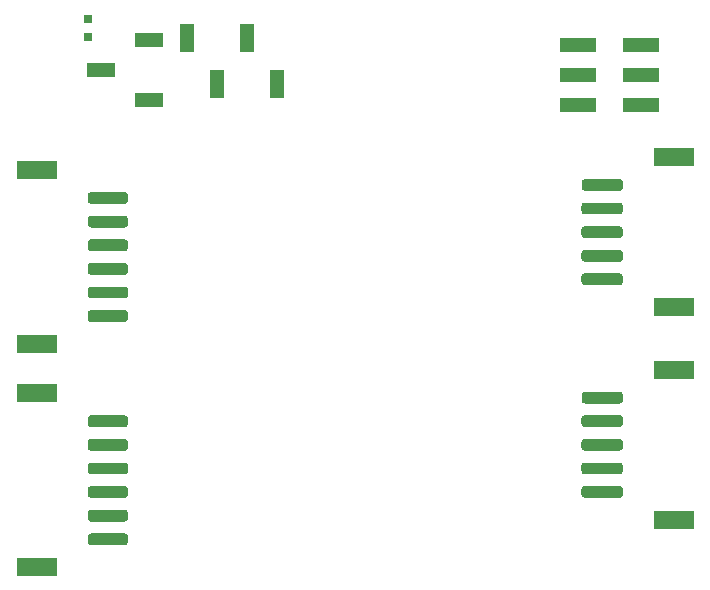
<source format=gbr>
G04 #@! TF.GenerationSoftware,KiCad,Pcbnew,(5.1.9)-1*
G04 #@! TF.CreationDate,2021-12-14T12:04:27+08:00*
G04 #@! TF.ProjectId,ArduinoSensorBoard,41726475-696e-46f5-9365-6e736f72426f,rev?*
G04 #@! TF.SameCoordinates,Original*
G04 #@! TF.FileFunction,Paste,Top*
G04 #@! TF.FilePolarity,Positive*
%FSLAX46Y46*%
G04 Gerber Fmt 4.6, Leading zero omitted, Abs format (unit mm)*
G04 Created by KiCad (PCBNEW (5.1.9)-1) date 2021-12-14 12:04:27*
%MOMM*%
%LPD*%
G01*
G04 APERTURE LIST*
%ADD10R,3.120000X1.200000*%
%ADD11R,3.400000X1.500000*%
%ADD12R,1.200000X2.400000*%
%ADD13R,2.400000X1.200000*%
%ADD14R,0.750000X0.800000*%
G04 APERTURE END LIST*
D10*
X118374000Y-61226000D03*
X112984000Y-61226000D03*
X118374000Y-58686000D03*
X118374000Y-56146000D03*
X112984000Y-56146000D03*
X112984000Y-58686000D03*
G36*
G01*
X113550000Y-91500000D02*
X116550000Y-91500000D01*
G75*
G02*
X116800000Y-91750000I0J-250000D01*
G01*
X116800000Y-92250000D01*
G75*
G02*
X116550000Y-92500000I-250000J0D01*
G01*
X113550000Y-92500000D01*
G75*
G02*
X113300000Y-92250000I0J250000D01*
G01*
X113300000Y-91750000D01*
G75*
G02*
X113550000Y-91500000I250000J0D01*
G01*
G37*
G36*
G01*
X113550000Y-89500000D02*
X116550000Y-89500000D01*
G75*
G02*
X116800000Y-89750000I0J-250000D01*
G01*
X116800000Y-90250000D01*
G75*
G02*
X116550000Y-90500000I-250000J0D01*
G01*
X113550000Y-90500000D01*
G75*
G02*
X113300000Y-90250000I0J250000D01*
G01*
X113300000Y-89750000D01*
G75*
G02*
X113550000Y-89500000I250000J0D01*
G01*
G37*
G36*
G01*
X113550000Y-87490000D02*
X116550000Y-87490000D01*
G75*
G02*
X116800000Y-87740000I0J-250000D01*
G01*
X116800000Y-88240000D01*
G75*
G02*
X116550000Y-88490000I-250000J0D01*
G01*
X113550000Y-88490000D01*
G75*
G02*
X113300000Y-88240000I0J250000D01*
G01*
X113300000Y-87740000D01*
G75*
G02*
X113550000Y-87490000I250000J0D01*
G01*
G37*
D11*
X121100000Y-96350000D03*
X121100000Y-83650000D03*
G36*
G01*
X113550000Y-93490000D02*
X116550000Y-93490000D01*
G75*
G02*
X116800000Y-93740000I0J-250000D01*
G01*
X116800000Y-94240000D01*
G75*
G02*
X116550000Y-94490000I-250000J0D01*
G01*
X113550000Y-94490000D01*
G75*
G02*
X113300000Y-94240000I0J250000D01*
G01*
X113300000Y-93740000D01*
G75*
G02*
X113550000Y-93490000I250000J0D01*
G01*
G37*
G36*
G01*
X113560000Y-85500000D02*
X116560000Y-85500000D01*
G75*
G02*
X116810000Y-85750000I0J-250000D01*
G01*
X116810000Y-86250000D01*
G75*
G02*
X116560000Y-86500000I-250000J0D01*
G01*
X113560000Y-86500000D01*
G75*
G02*
X113310000Y-86250000I0J250000D01*
G01*
X113310000Y-85750000D01*
G75*
G02*
X113560000Y-85500000I250000J0D01*
G01*
G37*
G36*
G01*
X113550000Y-73500000D02*
X116550000Y-73500000D01*
G75*
G02*
X116800000Y-73750000I0J-250000D01*
G01*
X116800000Y-74250000D01*
G75*
G02*
X116550000Y-74500000I-250000J0D01*
G01*
X113550000Y-74500000D01*
G75*
G02*
X113300000Y-74250000I0J250000D01*
G01*
X113300000Y-73750000D01*
G75*
G02*
X113550000Y-73500000I250000J0D01*
G01*
G37*
G36*
G01*
X113550000Y-71500000D02*
X116550000Y-71500000D01*
G75*
G02*
X116800000Y-71750000I0J-250000D01*
G01*
X116800000Y-72250000D01*
G75*
G02*
X116550000Y-72500000I-250000J0D01*
G01*
X113550000Y-72500000D01*
G75*
G02*
X113300000Y-72250000I0J250000D01*
G01*
X113300000Y-71750000D01*
G75*
G02*
X113550000Y-71500000I250000J0D01*
G01*
G37*
G36*
G01*
X113550000Y-69490000D02*
X116550000Y-69490000D01*
G75*
G02*
X116800000Y-69740000I0J-250000D01*
G01*
X116800000Y-70240000D01*
G75*
G02*
X116550000Y-70490000I-250000J0D01*
G01*
X113550000Y-70490000D01*
G75*
G02*
X113300000Y-70240000I0J250000D01*
G01*
X113300000Y-69740000D01*
G75*
G02*
X113550000Y-69490000I250000J0D01*
G01*
G37*
X121100000Y-78350000D03*
X121100000Y-65650000D03*
G36*
G01*
X113550000Y-75490000D02*
X116550000Y-75490000D01*
G75*
G02*
X116800000Y-75740000I0J-250000D01*
G01*
X116800000Y-76240000D01*
G75*
G02*
X116550000Y-76490000I-250000J0D01*
G01*
X113550000Y-76490000D01*
G75*
G02*
X113300000Y-76240000I0J250000D01*
G01*
X113300000Y-75740000D01*
G75*
G02*
X113550000Y-75490000I250000J0D01*
G01*
G37*
G36*
G01*
X113560000Y-67500000D02*
X116560000Y-67500000D01*
G75*
G02*
X116810000Y-67750000I0J-250000D01*
G01*
X116810000Y-68250000D01*
G75*
G02*
X116560000Y-68500000I-250000J0D01*
G01*
X113560000Y-68500000D01*
G75*
G02*
X113310000Y-68250000I0J250000D01*
G01*
X113310000Y-67750000D01*
G75*
G02*
X113560000Y-67500000I250000J0D01*
G01*
G37*
G36*
G01*
X74650000Y-92500000D02*
X71750000Y-92500000D01*
G75*
G02*
X71500000Y-92250000I0J250000D01*
G01*
X71500000Y-91750000D01*
G75*
G02*
X71750000Y-91500000I250000J0D01*
G01*
X74650000Y-91500000D01*
G75*
G02*
X74900000Y-91750000I0J-250000D01*
G01*
X74900000Y-92250000D01*
G75*
G02*
X74650000Y-92500000I-250000J0D01*
G01*
G37*
G36*
G01*
X74650000Y-94500000D02*
X71750000Y-94500000D01*
G75*
G02*
X71500000Y-94250000I0J250000D01*
G01*
X71500000Y-93750000D01*
G75*
G02*
X71750000Y-93500000I250000J0D01*
G01*
X74650000Y-93500000D01*
G75*
G02*
X74900000Y-93750000I0J-250000D01*
G01*
X74900000Y-94250000D01*
G75*
G02*
X74650000Y-94500000I-250000J0D01*
G01*
G37*
G36*
G01*
X74650000Y-96500000D02*
X71750000Y-96500000D01*
G75*
G02*
X71500000Y-96250000I0J250000D01*
G01*
X71500000Y-95750000D01*
G75*
G02*
X71750000Y-95500000I250000J0D01*
G01*
X74650000Y-95500000D01*
G75*
G02*
X74900000Y-95750000I0J-250000D01*
G01*
X74900000Y-96250000D01*
G75*
G02*
X74650000Y-96500000I-250000J0D01*
G01*
G37*
X67200000Y-85650000D03*
X67200000Y-100350000D03*
G36*
G01*
X74650000Y-90500000D02*
X71750000Y-90500000D01*
G75*
G02*
X71500000Y-90250000I0J250000D01*
G01*
X71500000Y-89750000D01*
G75*
G02*
X71750000Y-89500000I250000J0D01*
G01*
X74650000Y-89500000D01*
G75*
G02*
X74900000Y-89750000I0J-250000D01*
G01*
X74900000Y-90250000D01*
G75*
G02*
X74650000Y-90500000I-250000J0D01*
G01*
G37*
G36*
G01*
X74650000Y-98500000D02*
X71750000Y-98500000D01*
G75*
G02*
X71500000Y-98250000I0J250000D01*
G01*
X71500000Y-97750000D01*
G75*
G02*
X71750000Y-97500000I250000J0D01*
G01*
X74650000Y-97500000D01*
G75*
G02*
X74900000Y-97750000I0J-250000D01*
G01*
X74900000Y-98250000D01*
G75*
G02*
X74650000Y-98500000I-250000J0D01*
G01*
G37*
G36*
G01*
X74650000Y-88500000D02*
X71750000Y-88500000D01*
G75*
G02*
X71500000Y-88250000I0J250000D01*
G01*
X71500000Y-87750000D01*
G75*
G02*
X71750000Y-87500000I250000J0D01*
G01*
X74650000Y-87500000D01*
G75*
G02*
X74900000Y-87750000I0J-250000D01*
G01*
X74900000Y-88250000D01*
G75*
G02*
X74650000Y-88500000I-250000J0D01*
G01*
G37*
G36*
G01*
X74650000Y-69600000D02*
X71750000Y-69600000D01*
G75*
G02*
X71500000Y-69350000I0J250000D01*
G01*
X71500000Y-68850000D01*
G75*
G02*
X71750000Y-68600000I250000J0D01*
G01*
X74650000Y-68600000D01*
G75*
G02*
X74900000Y-68850000I0J-250000D01*
G01*
X74900000Y-69350000D01*
G75*
G02*
X74650000Y-69600000I-250000J0D01*
G01*
G37*
G36*
G01*
X74650000Y-79600000D02*
X71750000Y-79600000D01*
G75*
G02*
X71500000Y-79350000I0J250000D01*
G01*
X71500000Y-78850000D01*
G75*
G02*
X71750000Y-78600000I250000J0D01*
G01*
X74650000Y-78600000D01*
G75*
G02*
X74900000Y-78850000I0J-250000D01*
G01*
X74900000Y-79350000D01*
G75*
G02*
X74650000Y-79600000I-250000J0D01*
G01*
G37*
G36*
G01*
X74650000Y-71600000D02*
X71750000Y-71600000D01*
G75*
G02*
X71500000Y-71350000I0J250000D01*
G01*
X71500000Y-70850000D01*
G75*
G02*
X71750000Y-70600000I250000J0D01*
G01*
X74650000Y-70600000D01*
G75*
G02*
X74900000Y-70850000I0J-250000D01*
G01*
X74900000Y-71350000D01*
G75*
G02*
X74650000Y-71600000I-250000J0D01*
G01*
G37*
X67200000Y-81450000D03*
X67200000Y-66750000D03*
G36*
G01*
X74650000Y-77600000D02*
X71750000Y-77600000D01*
G75*
G02*
X71500000Y-77350000I0J250000D01*
G01*
X71500000Y-76850000D01*
G75*
G02*
X71750000Y-76600000I250000J0D01*
G01*
X74650000Y-76600000D01*
G75*
G02*
X74900000Y-76850000I0J-250000D01*
G01*
X74900000Y-77350000D01*
G75*
G02*
X74650000Y-77600000I-250000J0D01*
G01*
G37*
G36*
G01*
X74650000Y-75600000D02*
X71750000Y-75600000D01*
G75*
G02*
X71500000Y-75350000I0J250000D01*
G01*
X71500000Y-74850000D01*
G75*
G02*
X71750000Y-74600000I250000J0D01*
G01*
X74650000Y-74600000D01*
G75*
G02*
X74900000Y-74850000I0J-250000D01*
G01*
X74900000Y-75350000D01*
G75*
G02*
X74650000Y-75600000I-250000J0D01*
G01*
G37*
G36*
G01*
X74650000Y-73600000D02*
X71750000Y-73600000D01*
G75*
G02*
X71500000Y-73350000I0J250000D01*
G01*
X71500000Y-72850000D01*
G75*
G02*
X71750000Y-72600000I250000J0D01*
G01*
X74650000Y-72600000D01*
G75*
G02*
X74900000Y-72850000I0J-250000D01*
G01*
X74900000Y-73350000D01*
G75*
G02*
X74650000Y-73600000I-250000J0D01*
G01*
G37*
D12*
X82430000Y-59420000D03*
X84970000Y-55560000D03*
X87510000Y-59420000D03*
X79890000Y-55560000D03*
D13*
X76650000Y-55760000D03*
X72650000Y-58300000D03*
X76650000Y-60840000D03*
D14*
X71550000Y-55450000D03*
X71550000Y-53950000D03*
M02*

</source>
